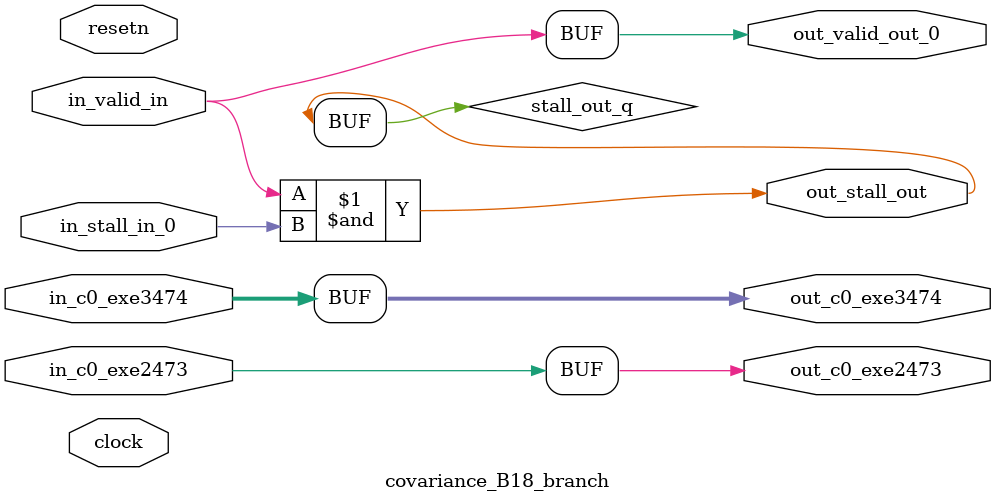
<source format=sv>



(* altera_attribute = "-name AUTO_SHIFT_REGISTER_RECOGNITION OFF; -name MESSAGE_DISABLE 10036; -name MESSAGE_DISABLE 10037; -name MESSAGE_DISABLE 14130; -name MESSAGE_DISABLE 14320; -name MESSAGE_DISABLE 15400; -name MESSAGE_DISABLE 14130; -name MESSAGE_DISABLE 10036; -name MESSAGE_DISABLE 12020; -name MESSAGE_DISABLE 12030; -name MESSAGE_DISABLE 12010; -name MESSAGE_DISABLE 12110; -name MESSAGE_DISABLE 14320; -name MESSAGE_DISABLE 13410; -name MESSAGE_DISABLE 113007; -name MESSAGE_DISABLE 10958" *)
module covariance_B18_branch (
    input wire [0:0] in_c0_exe2473,
    input wire [31:0] in_c0_exe3474,
    input wire [0:0] in_stall_in_0,
    input wire [0:0] in_valid_in,
    output wire [0:0] out_c0_exe2473,
    output wire [31:0] out_c0_exe3474,
    output wire [0:0] out_stall_out,
    output wire [0:0] out_valid_out_0,
    input wire clock,
    input wire resetn
    );

    wire [0:0] stall_out_q;


    // out_c0_exe2473(GPOUT,6)
    assign out_c0_exe2473 = in_c0_exe2473;

    // out_c0_exe3474(GPOUT,7)
    assign out_c0_exe3474 = in_c0_exe3474;

    // stall_out(LOGICAL,10)
    assign stall_out_q = in_valid_in & in_stall_in_0;

    // out_stall_out(GPOUT,8)
    assign out_stall_out = stall_out_q;

    // out_valid_out_0(GPOUT,9)
    assign out_valid_out_0 = in_valid_in;

endmodule

</source>
